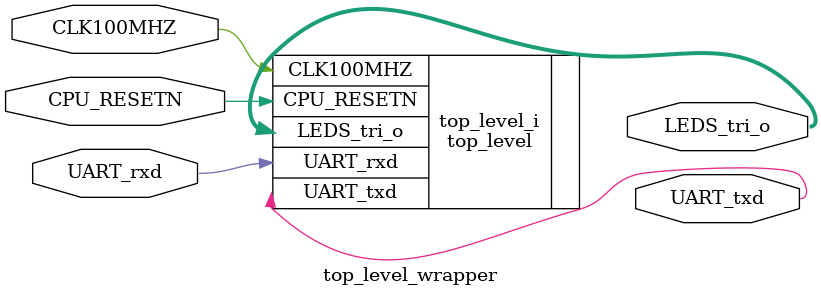
<source format=v>
`timescale 1 ps / 1 ps

module top_level_wrapper
   (CLK100MHZ,
    CPU_RESETN,
    LEDS_tri_o,
    UART_rxd,
    UART_txd);
  input CLK100MHZ;
  input CPU_RESETN;
  output [15:0]LEDS_tri_o;
  input UART_rxd;
  output UART_txd;

  wire CLK100MHZ;
  wire CPU_RESETN;
  wire [15:0]LEDS_tri_o;
  wire UART_rxd;
  wire UART_txd;

  top_level top_level_i
       (.CLK100MHZ(CLK100MHZ),
        .CPU_RESETN(CPU_RESETN),
        .LEDS_tri_o(LEDS_tri_o),
        .UART_rxd(UART_rxd),
        .UART_txd(UART_txd));
endmodule

</source>
